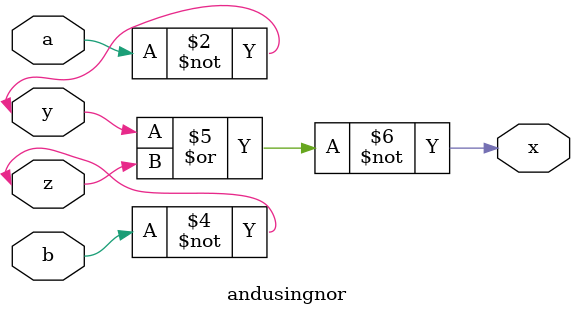
<source format=v>
module andusingnor
(
    input a,b,
    inout y,z,
    output x
);

assign y = ~(a | a);
assign z = ~(b | b);
assign x = ~(y | z);

endmodule
</source>
